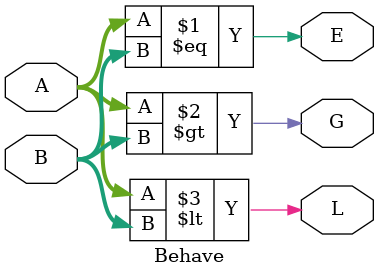
<source format=v>
module Behave(
    input [3:0] A,
    input [3:0] B,
    output G ,
    output L ,
    output E  
	 );
    assign E = (A == B);
    assign G = (A > B) ; 
    assign L = (A < B) ;

endmodule

</source>
